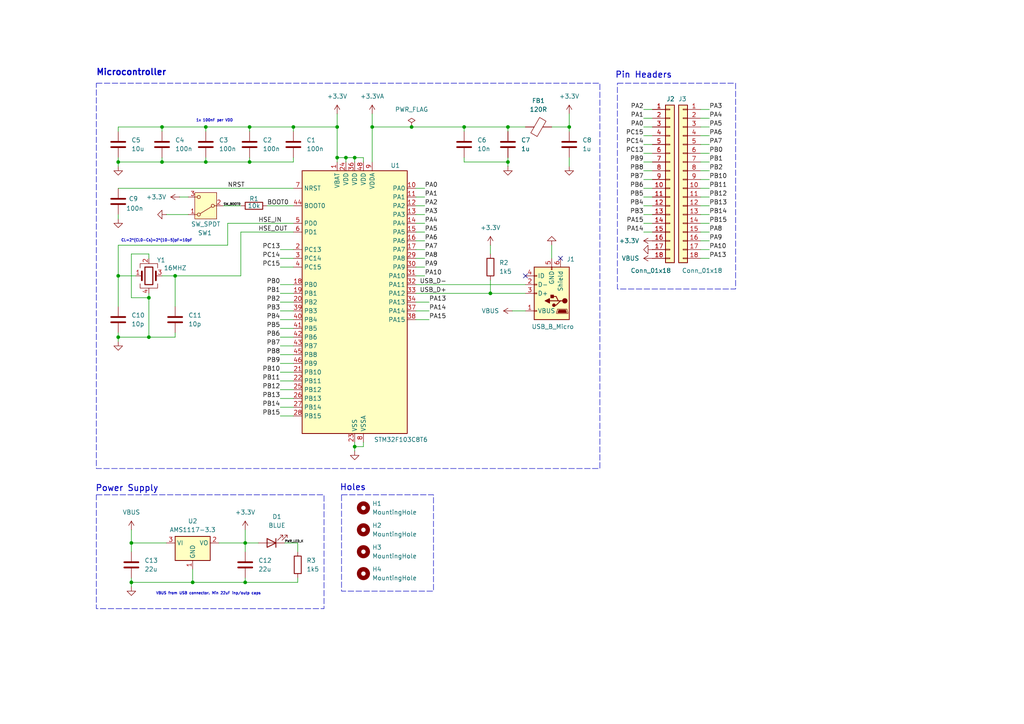
<source format=kicad_sch>
(kicad_sch (version 20231120) (generator "eeschema") (generator_version "8.0")
  (paper "A4")
  (lib_symbols
    (symbol "Connector:USB_B_Micro" (pin_names (offset 1.016))
      (property "Reference" "J" (at -5.08 11.43 0))
      (property "Value" "USB_B_Micro" (at -5.08 8.89 0))
      (symbol "USB_B_Micro_0_1"
        (rectangle (start -5.08 -7.62) (end 5.08 7.62) (stroke (width 0.254)) (fill (type background)))
        (circle (center -3.81 2.159) (radius 0.635) (stroke (width 0.254)) (fill (type outline)))
        (circle (center -0.635 3.429) (radius 0.381) (stroke (width 0.254)) (fill (type outline)))
        (rectangle (start -0.127 -7.62) (end 0.127 -6.858))
        (polyline (pts (xy -1.905 2.159) (xy 0.635 2.159)) (stroke (width 0.254)))
        (polyline (pts (xy -3.175 2.159) (xy -2.54 2.159) (xy -1.27 3.429) (xy -0.635 3.429)) (stroke (width 0.254)))
        (polyline (pts (xy -2.54 2.159) (xy -1.905 2.159) (xy -1.27 0.889) (xy 0 0.889)) (stroke (width 0.254)))
        (polyline (pts (xy 0.635 2.794) (xy 0.635 1.524) (xy 1.905 2.159) (xy 0.635 2.794)) (stroke (width 0.254)) (fill (type outline)))
        (polyline (pts (xy -4.318 5.588) (xy -1.778 5.588) (xy -2.032 4.826) (xy -4.064 4.826) (xy -4.318 5.588)) (fill (type outline)))
        (polyline (pts (xy -4.699 5.842) (xy -4.699 5.588) (xy -4.445 4.826) (xy -4.445 4.572) (xy -1.651 4.572) (xy -1.651 4.826) (xy -1.397 5.588) (xy -1.397 5.842) (xy -4.699 5.842)))
        (rectangle (start 0.254 1.27) (end -0.508 0.508) (stroke (width 0.254)) (fill (type outline)))
        (rectangle (start 5.08 -5.207) (end 4.318 -4.953))
        (rectangle (start 5.08 -2.667) (end 4.318 -2.413))
        (rectangle (start 5.08 -0.127) (end 4.318 0.127))
        (rectangle (start 5.08 4.953) (end 4.318 5.207))
      )
      (symbol "USB_B_Micro_1_1"
        (pin power_out line (at 7.62 5.08 180) (length 2.54) (name "VBUS") (number "1"))
        (pin bidirectional line (at 7.62 -2.54 180) (length 2.54) (name "D-") (number "2"))
        (pin bidirectional line (at 7.62 0 180) (length 2.54) (name "D+") (number "3"))
        (pin passive line (at 7.62 -5.08 180) (length 2.54) (name "ID") (number "4"))
        (pin power_out line (at 0 -10.16 90) (length 2.54) (name "GND") (number "5"))
        (pin passive line (at -2.54 -10.16 90) (length 2.54) (name "Shield") (number "6"))
      )
    )
    (symbol "Connector_Generic:Conn_01x18" (pin_names (offset 1.016) hide)
      (property "Reference" "J" (at 0 22.86 0))
      (property "Value" "Conn_01x18" (at 0 -25.4 0))
      (symbol "Conn_01x18_1_1"
        (rectangle (start -1.27 -22.733) (end 0 -22.987) (stroke (width 0.1524)))
        (rectangle (start -1.27 -20.193) (end 0 -20.447) (stroke (width 0.1524)))
        (rectangle (start -1.27 -17.653) (end 0 -17.907) (stroke (width 0.1524)))
        (rectangle (start -1.27 -15.113) (end 0 -15.367) (stroke (width 0.1524)))
        (rectangle (start -1.27 -12.573) (end 0 -12.827) (stroke (width 0.1524)))
        (rectangle (start -1.27 -10.033) (end 0 -10.287) (stroke (width 0.1524)))
        (rectangle (start -1.27 -7.493) (end 0 -7.747) (stroke (width 0.1524)))
        (rectangle (start -1.27 -4.953) (end 0 -5.207) (stroke (width 0.1524)))
        (rectangle (start -1.27 -2.413) (end 0 -2.667) (stroke (width 0.1524)))
        (rectangle (start -1.27 0.127) (end 0 -0.127) (stroke (width 0.1524)))
        (rectangle (start -1.27 2.667) (end 0 2.413) (stroke (width 0.1524)))
        (rectangle (start -1.27 5.207) (end 0 4.953) (stroke (width 0.1524)))
        (rectangle (start -1.27 7.747) (end 0 7.493) (stroke (width 0.1524)))
        (rectangle (start -1.27 10.287) (end 0 10.033) (stroke (width 0.1524)))
        (rectangle (start -1.27 12.827) (end 0 12.573) (stroke (width 0.1524)))
        (rectangle (start -1.27 15.367) (end 0 15.113) (stroke (width 0.1524)))
        (rectangle (start -1.27 17.907) (end 0 17.653) (stroke (width 0.1524)))
        (rectangle (start -1.27 20.447) (end 0 20.193) (stroke (width 0.1524)))
        (rectangle (start -1.27 21.59) (end 1.27 -24.13) (stroke (width 0.254)) (fill (type background)))
        (pin passive line (at -5.08 20.32 0) (length 3.81) (name "Pin_1") (number "1"))
        (pin passive line (at -5.08 -2.54 0) (length 3.81) (name "Pin_10") (number "10"))
        (pin passive line (at -5.08 -5.08 0) (length 3.81) (name "Pin_11") (number "11"))
        (pin passive line (at -5.08 -7.62 0) (length 3.81) (name "Pin_12") (number "12"))
        (pin passive line (at -5.08 -10.16 0) (length 3.81) (name "Pin_13") (number "13"))
        (pin passive line (at -5.08 -12.7 0) (length 3.81) (name "Pin_14") (number "14"))
        (pin passive line (at -5.08 -15.24 0) (length 3.81) (name "Pin_15") (number "15"))
        (pin passive line (at -5.08 -17.78 0) (length 3.81) (name "Pin_16") (number "16"))
        (pin passive line (at -5.08 -20.32 0) (length 3.81) (name "Pin_17") (number "17"))
        (pin passive line (at -5.08 -22.86 0) (length 3.81) (name "Pin_18") (number "18"))
        (pin passive line (at -5.08 17.78 0) (length 3.81) (name "Pin_2") (number "2"))
        (pin passive line (at -5.08 15.24 0) (length 3.81) (name "Pin_3") (number "3"))
        (pin passive line (at -5.08 12.7 0) (length 3.81) (name "Pin_4") (number "4"))
        (pin passive line (at -5.08 10.16 0) (length 3.81) (name "Pin_5") (number "5"))
        (pin passive line (at -5.08 7.62 0) (length 3.81) (name "Pin_6") (number "6"))
        (pin passive line (at -5.08 5.08 0) (length 3.81) (name "Pin_7") (number "7"))
        (pin passive line (at -5.08 2.54 0) (length 3.81) (name "Pin_8") (number "8"))
        (pin passive line (at -5.08 0 0) (length 3.81) (name "Pin_9") (number "9"))
      )
    )
    (symbol "Device:C" (pin_numbers hide) (pin_names (offset 0.254))
      (property "Reference" "C" (at 0.635 2.54 0))
      (property "Value" "C" (at 0.635 -2.54 0))
      (symbol "C_0_1"
        (polyline (pts (xy -2.032 -0.762) (xy 2.032 -0.762)) (stroke (width 0.508)))
        (polyline (pts (xy -2.032 0.762) (xy 2.032 0.762)) (stroke (width 0.508)))
      )
      (symbol "C_1_1"
        (pin passive line (at 0 3.81 270) (length 2.794) (name "~") (number "1"))
        (pin passive line (at 0 -3.81 90) (length 2.794) (name "~") (number "2"))
      )
    )
    (symbol "Device:Crystal_GND24" (pin_names (offset 1.016) hide)
      (property "Reference" "Y" (at 3.175 5.08 0))
      (property "Value" "Crystal_GND24" (at 3.175 3.175 0))
      (symbol "Crystal_GND24_0_1"
        (rectangle (start -1.143 2.54) (end 1.143 -2.54) (stroke (width 0.3048)))
        (polyline (pts (xy -2.54 0) (xy -2.032 0)))
        (polyline (pts (xy -2.032 -1.27) (xy -2.032 1.27)) (stroke (width 0.508)))
        (polyline (pts (xy 0 -3.81) (xy 0 -3.556)))
        (polyline (pts (xy 0 3.556) (xy 0 3.81)))
        (polyline (pts (xy 2.032 -1.27) (xy 2.032 1.27)) (stroke (width 0.508)))
        (polyline (pts (xy 2.032 0) (xy 2.54 0)))
        (polyline (pts (xy -2.54 -2.286) (xy -2.54 -3.556) (xy 2.54 -3.556) (xy 2.54 -2.286)))
        (polyline (pts (xy -2.54 2.286) (xy -2.54 3.556) (xy 2.54 3.556) (xy 2.54 2.286)))
      )
      (symbol "Crystal_GND24_1_1"
        (pin passive line (at -3.81 0 0) (length 1.27) (name "1") (number "1"))
        (pin passive line (at 0 5.08 270) (length 1.27) (name "2") (number "2"))
        (pin passive line (at 3.81 0 180) (length 1.27) (name "3") (number "3"))
        (pin passive line (at 0 -5.08 90) (length 1.27) (name "4") (number "4"))
      )
    )
    (symbol "Device:FerriteBead" (pin_numbers hide) (pin_names (offset 0))
      (property "Reference" "FB" (at -3.81 0.635 90))
      (property "Value" "FerriteBead" (at 3.81 0 90))
      (symbol "FerriteBead_0_1"
        (polyline (pts (xy 0 -1.27) (xy 0 -1.2192)))
        (polyline (pts (xy 0 1.27) (xy 0 1.2954)))
        (polyline (pts (xy -2.7686 0.4064) (xy -1.7018 2.2606) (xy 2.7686 -0.3048) (xy 1.6764 -2.159) (xy -2.7686 0.4064)))
      )
      (symbol "FerriteBead_1_1"
        (pin passive line (at 0 3.81 270) (length 2.54) (name "~") (number "1"))
        (pin passive line (at 0 -3.81 90) (length 2.54) (name "~") (number "2"))
      )
    )
    (symbol "Device:LED" (pin_numbers hide) (pin_names (offset 1.016) hide)
      (property "Reference" "D" (at 0 2.54 0))
      (property "Value" "LED" (at 0 -2.54 0))
      (symbol "LED_0_1"
        (polyline (pts (xy -1.27 -1.27) (xy -1.27 1.27)) (stroke (width 0.254)))
        (polyline (pts (xy -1.27 0) (xy 1.27 0)))
        (polyline (pts (xy 1.27 -1.27) (xy 1.27 1.27) (xy -1.27 0) (xy 1.27 -1.27)) (stroke (width 0.254)))
        (polyline (pts (xy -3.048 -0.762) (xy -4.572 -2.286) (xy -3.81 -2.286) (xy -4.572 -2.286) (xy -4.572 -1.524)))
        (polyline (pts (xy -1.778 -0.762) (xy -3.302 -2.286) (xy -2.54 -2.286) (xy -3.302 -2.286) (xy -3.302 -1.524)))
      )
      (symbol "LED_1_1"
        (pin passive line (at -3.81 0 0) (length 2.54) (name "K") (number "1"))
        (pin passive line (at 3.81 0 180) (length 2.54) (name "A") (number "2"))
      )
    )
    (symbol "Device:R" (pin_numbers hide) (pin_names (offset 0))
      (property "Reference" "R" (at 2.032 0 90))
      (property "Value" "R" (at 0 0 90))
      (symbol "R_0_1"
        (rectangle (start -1.016 -2.54) (end 1.016 2.54) (stroke (width 0.254)))
      )
      (symbol "R_1_1"
        (pin passive line (at 0 3.81 270) (length 1.27) (name "~") (number "1"))
        (pin passive line (at 0 -3.81 90) (length 1.27) (name "~") (number "2"))
      )
    )
    (symbol "MCU_ST_STM32F1:STM32F103C8Tx"
      (property "Reference" "U" (at -15.24 39.37 0))
      (property "Value" "STM32F103C8Tx" (at 7.62 39.37 0))
      (symbol "STM32F103C8Tx_0_1"
        (rectangle (start -15.24 -38.1) (end 15.24 38.1) (stroke (width 0.254)) (fill (type background)))
      )
      (symbol "STM32F103C8Tx_1_1"
        (pin power_in line (at -5.08 40.64 270) (length 2.54) (name "VBAT") (number "1"))
        (pin bidirectional line (at 17.78 33.02 180) (length 2.54) (name "PA0") (number "10"))
        (pin bidirectional line (at 17.78 30.48 180) (length 2.54) (name "PA1") (number "11"))
        (pin bidirectional line (at 17.78 27.94 180) (length 2.54) (name "PA2") (number "12"))
        (pin bidirectional line (at 17.78 25.4 180) (length 2.54) (name "PA3") (number "13"))
        (pin bidirectional line (at 17.78 22.86 180) (length 2.54) (name "PA4") (number "14"))
        (pin bidirectional line (at 17.78 20.32 180) (length 2.54) (name "PA5") (number "15"))
        (pin bidirectional line (at 17.78 17.78 180) (length 2.54) (name "PA6") (number "16"))
        (pin bidirectional line (at 17.78 15.24 180) (length 2.54) (name "PA7") (number "17"))
        (pin bidirectional line (at -17.78 5.08 0) (length 2.54) (name "PB0") (number "18"))
        (pin bidirectional line (at -17.78 2.54 0) (length 2.54) (name "PB1") (number "19"))
        (pin bidirectional line (at -17.78 15.24 0) (length 2.54) (name "PC13") (number "2"))
        (pin bidirectional line (at -17.78 0 0) (length 2.54) (name "PB2") (number "20"))
        (pin bidirectional line (at -17.78 -20.32 0) (length 2.54) (name "PB10") (number "21"))
        (pin bidirectional line (at -17.78 -22.86 0) (length 2.54) (name "PB11") (number "22"))
        (pin power_in line (at 0 -40.64 90) (length 2.54) (name "VSS") (number "23"))
        (pin power_in line (at -2.54 40.64 270) (length 2.54) (name "VDD") (number "24"))
        (pin bidirectional line (at -17.78 -25.4 0) (length 2.54) (name "PB12") (number "25"))
        (pin bidirectional line (at -17.78 -27.94 0) (length 2.54) (name "PB13") (number "26"))
        (pin bidirectional line (at -17.78 -30.48 0) (length 2.54) (name "PB14") (number "27"))
        (pin bidirectional line (at -17.78 -33.02 0) (length 2.54) (name "PB15") (number "28"))
        (pin bidirectional line (at 17.78 12.7 180) (length 2.54) (name "PA8") (number "29"))
        (pin bidirectional line (at -17.78 12.7 0) (length 2.54) (name "PC14") (number "3"))
        (pin bidirectional line (at 17.78 10.16 180) (length 2.54) (name "PA9") (number "30"))
        (pin bidirectional line (at 17.78 7.62 180) (length 2.54) (name "PA10") (number "31"))
        (pin bidirectional line (at 17.78 5.08 180) (length 2.54) (name "PA11") (number "32"))
        (pin bidirectional line (at 17.78 2.54 180) (length 2.54) (name "PA12") (number "33"))
        (pin bidirectional line (at 17.78 0 180) (length 2.54) (name "PA13") (number "34"))
        (pin passive line (at 0 -40.64 90) (length 2.54) hide (name "VSS") (number "35"))
        (pin power_in line (at 0 40.64 270) (length 2.54) (name "VDD") (number "36"))
        (pin bidirectional line (at 17.78 -2.54 180) (length 2.54) (name "PA14") (number "37"))
        (pin bidirectional line (at 17.78 -5.08 180) (length 2.54) (name "PA15") (number "38"))
        (pin bidirectional line (at -17.78 -2.54 0) (length 2.54) (name "PB3") (number "39"))
        (pin bidirectional line (at -17.78 10.16 0) (length 2.54) (name "PC15") (number "4"))
        (pin bidirectional line (at -17.78 -5.08 0) (length 2.54) (name "PB4") (number "40"))
        (pin bidirectional line (at -17.78 -7.62 0) (length 2.54) (name "PB5") (number "41"))
        (pin bidirectional line (at -17.78 -10.16 0) (length 2.54) (name "PB6") (number "42"))
        (pin bidirectional line (at -17.78 -12.7 0) (length 2.54) (name "PB7") (number "43"))
        (pin input line (at -17.78 27.94 0) (length 2.54) (name "BOOT0") (number "44"))
        (pin bidirectional line (at -17.78 -15.24 0) (length 2.54) (name "PB8") (number "45"))
        (pin bidirectional line (at -17.78 -17.78 0) (length 2.54) (name "PB9") (number "46"))
        (pin passive line (at 0 -40.64 90) (length 2.54) hide (name "VSS") (number "47"))
        (pin power_in line (at 2.54 40.64 270) (length 2.54) (name "VDD") (number "48"))
        (pin bidirectional line (at -17.78 22.86 0) (length 2.54) (name "PD0") (number "5"))
        (pin bidirectional line (at -17.78 20.32 0) (length 2.54) (name "PD1") (number "6"))
        (pin input line (at -17.78 33.02 0) (length 2.54) (name "NRST") (number "7"))
        (pin power_in line (at 2.54 -40.64 90) (length 2.54) (name "VSSA") (number "8"))
        (pin power_in line (at 5.08 40.64 270) (length 2.54) (name "VDDA") (number "9"))
      )
    )
    (symbol "Mechanical:MountingHole" (pin_names (offset 1.016)) (exclude_from_sim yes) (in_bom no)
      (property "Reference" "H" (at 0 5.08 0))
      (property "Value" "MountingHole" (at 0 3.175 0))
      (symbol "MountingHole_0_1"
        (circle (center 0 0) (radius 1.27) (stroke (width 1.27)))
      )
    )
    (symbol "Regulator_Linear:AMS1117-3.3"
      (property "Reference" "U" (at -3.81 3.175 0))
      (property "Value" "AMS1117-3.3" (at 0 3.175 0))
      (symbol "AMS1117-3.3_0_1"
        (rectangle (start -5.08 -5.08) (end 5.08 1.905) (stroke (width 0.254)) (fill (type background)))
      )
      (symbol "AMS1117-3.3_1_1"
        (pin power_in line (at 0 -7.62 90) (length 2.54) (name "GND") (number "1"))
        (pin power_out line (at 7.62 0 180) (length 2.54) (name "VO") (number "2"))
        (pin power_in line (at -7.62 0 0) (length 2.54) (name "VI") (number "3"))
      )
    )
    (symbol "Switch:SW_SPDT" (pin_names (offset 0) hide)
      (property "Reference" "SW" (at 0 5.08 0))
      (property "Value" "SW_SPDT" (at 0 -5.08 0))
      (symbol "SW_SPDT_0_1"
        (circle (center -2.032 0) (radius 0.4572))
        (polyline (pts (xy -1.651 0.254) (xy 1.651 2.286)))
        (circle (center 2.032 -2.54) (radius 0.4572))
        (circle (center 2.032 2.54) (radius 0.4572))
      )
      (symbol "SW_SPDT_1_1"
        (rectangle (start -3.175 3.81) (end 3.175 -3.81) (fill (type background)))
        (pin passive line (at 5.08 2.54 180) (length 2.54) (name "A") (number "1"))
        (pin passive line (at -5.08 0 0) (length 2.54) (name "B") (number "2"))
        (pin passive line (at 5.08 -2.54 180) (length 2.54) (name "C") (number "3"))
      )
    )
    (symbol "power:+3.3V" (power) (pin_numbers hide) (pin_names (offset 0) hide)
      (property "Value" "+3.3V" (at 0 3.556 0))
      (symbol "+3.3V_0_1"
        (polyline (pts (xy -0.762 1.27) (xy 0 2.54)))
        (polyline (pts (xy 0 0) (xy 0 2.54)))
        (polyline (pts (xy 0 2.54) (xy 0.762 1.27)))
      )
      (symbol "+3.3V_1_1"
        (pin power_in line (at 0 0 90) (length 0) (name "~") (number "1"))
      )
    )
    (symbol "power:+3.3VA" (power) (pin_numbers hide) (pin_names (offset 0) hide)
      (property "Value" "+3.3VA" (at 0 3.556 0))
      (symbol "+3.3VA_0_1"
        (polyline (pts (xy -0.762 1.27) (xy 0 2.54)))
        (polyline (pts (xy 0 0) (xy 0 2.54)))
        (polyline (pts (xy 0 2.54) (xy 0.762 1.27)))
      )
      (symbol "+3.3VA_1_1"
        (pin power_in line (at 0 0 90) (length 0) (name "~") (number "1"))
      )
    )
    (symbol "power:GND" (power) (pin_numbers hide) (pin_names (offset 0) hide)
      (property "Value" "GND" (at 0 -3.81 0))
      (symbol "GND_0_1"
        (polyline (pts (xy 0 0) (xy 0 -1.27) (xy 1.27 -1.27) (xy 0 -2.54) (xy -1.27 -1.27) (xy 0 -1.27)))
      )
      (symbol "GND_1_1"
        (pin power_in line (at 0 0 270) (length 0) (name "~") (number "1"))
      )
    )
    (symbol "power:PWR_FLAG" (power) (pin_numbers hide) (pin_names (offset 0) hide)
      (property "Value" "PWR_FLAG" (at 0 3.81 0))
      (symbol "PWR_FLAG_0_0"
        (pin power_out line (at 0 0 90) (length 0) (name "~") (number "1"))
      )
      (symbol "PWR_FLAG_0_1"
        (polyline (pts (xy 0 0) (xy 0 1.27) (xy -1.016 1.905) (xy 0 2.54) (xy 1.016 1.905) (xy 0 1.27)))
      )
    )
    (symbol "power:VBUS" (power) (pin_numbers hide) (pin_names (offset 0) hide)
      (property "Value" "VBUS" (at 0 3.556 0))
      (symbol "VBUS_0_1"
        (polyline (pts (xy -0.762 1.27) (xy 0 2.54)))
        (polyline (pts (xy 0 0) (xy 0 2.54)))
        (polyline (pts (xy 0 2.54) (xy 0.762 1.27)))
      )
      (symbol "VBUS_1_1"
        (pin power_in line (at 0 0 90) (length 0) (name "~") (number "1"))
      )
    )
  )
  (junction (at 72.39 36.83))
  (junction (at 142.24 85.09))
  (junction (at 46.99 46.99))
  (junction (at 107.95 36.83))
  (junction (at 34.29 46.99))
  (junction (at 34.29 97.79))
  (junction (at 134.62 36.83))
  (junction (at 165.1 36.83))
  (junction (at 59.69 36.83))
  (junction (at 38.1 157.48))
  (junction (at 72.39 46.99))
  (junction (at 71.12 168.91))
  (junction (at 119.38 36.83))
  (junction (at 85.09 36.83))
  (junction (at 147.32 46.99))
  (junction (at 38.1 168.91))
  (junction (at 59.69 46.99))
  (junction (at 71.12 157.48))
  (junction (at 102.87 129.54))
  (junction (at 50.8 80.01))
  (junction (at 97.79 45.72))
  (junction (at 43.18 86.36))
  (junction (at 43.18 97.79))
  (junction (at 147.32 36.83))
  (junction (at 34.29 80.01))
  (junction (at 97.79 36.83))
  (junction (at 100.33 45.72))
  (junction (at 102.87 45.72))
  (junction (at 46.99 36.83))
  (junction (at 55.88 168.91))
  (no_connect (at 152.4 80.01))
  (no_connect (at 162.56 74.93))
  (wire (pts (xy 205.74 41.91) (xy 203.2 41.91)))
  (wire (pts (xy 186.69 44.45) (xy 189.23 44.45)))
  (wire (pts (xy 38.1 157.48) (xy 38.1 160.02)))
  (wire (pts (xy 205.74 74.93) (xy 203.2 74.93)))
  (wire (pts (xy 165.1 33.02) (xy 165.1 36.83)))
  (wire (pts (xy 81.28 102.87) (xy 85.09 102.87)))
  (wire (pts (xy 186.69 34.29) (xy 189.23 34.29)))
  (wire (pts (xy 55.88 168.91) (xy 71.12 168.91)))
  (wire (pts (xy 48.26 157.48) (xy 38.1 157.48)))
  (wire (pts (xy 97.79 36.83) (xy 97.79 45.72)))
  (wire (pts (xy 205.74 46.99) (xy 203.2 46.99)))
  (wire (pts (xy 205.74 59.69) (xy 203.2 59.69)))
  (wire (pts (xy 186.69 67.31) (xy 189.23 67.31)))
  (wire (pts (xy 186.69 57.15) (xy 189.23 57.15)))
  (wire (pts (xy 123.19 57.15) (xy 120.65 57.15)))
  (wire (pts (xy 81.28 115.57) (xy 85.09 115.57)))
  (wire (pts (xy 81.28 100.33) (xy 85.09 100.33)))
  (wire (pts (xy 81.28 74.93) (xy 85.09 74.93)))
  (wire (pts (xy 46.99 46.99) (xy 59.69 46.99)))
  (wire (pts (xy 134.62 36.83) (xy 147.32 36.83)))
  (wire (pts (xy 134.62 36.83) (xy 134.62 38.1)))
  (wire (pts (xy 38.1 73.66) (xy 43.18 73.66)))
  (wire (pts (xy 43.18 86.36) (xy 43.18 85.09)))
  (wire (pts (xy 81.28 72.39) (xy 85.09 72.39)))
  (wire (pts (xy 97.79 45.72) (xy 97.79 46.99)))
  (wire (pts (xy 63.5 157.48) (xy 71.12 157.48)))
  (wire (pts (xy 147.32 36.83) (xy 152.4 36.83)))
  (wire (pts (xy 69.85 67.31) (xy 85.09 67.31)))
  (wire (pts (xy 205.74 69.85) (xy 203.2 69.85)))
  (wire (pts (xy 205.74 54.61) (xy 203.2 54.61)))
  (wire (pts (xy 205.74 39.37) (xy 203.2 39.37)))
  (wire (pts (xy 34.29 97.79) (xy 34.29 99.06)))
  (wire (pts (xy 124.46 90.17) (xy 120.65 90.17)))
  (wire (pts (xy 34.29 38.1) (xy 34.29 36.83)))
  (wire (pts (xy 38.1 168.91) (xy 38.1 170.18)))
  (wire (pts (xy 71.12 168.91) (xy 86.36 168.91)))
  (wire (pts (xy 205.74 57.15) (xy 203.2 57.15)))
  (wire (pts (xy 148.59 90.17) (xy 152.4 90.17)))
  (wire (pts (xy 86.36 168.91) (xy 86.36 167.64)))
  (wire (pts (xy 147.32 46.99) (xy 134.62 46.99)))
  (wire (pts (xy 205.74 67.31) (xy 203.2 67.31)))
  (wire (pts (xy 34.29 71.12) (xy 34.29 80.01)))
  (wire (pts (xy 102.87 45.72) (xy 102.87 46.99)))
  (wire (pts (xy 165.1 45.72) (xy 165.1 48.26)))
  (wire (pts (xy 81.28 118.11) (xy 85.09 118.11)))
  (wire (pts (xy 38.1 167.64) (xy 38.1 168.91)))
  (wire (pts (xy 72.39 36.83) (xy 72.39 38.1)))
  (wire (pts (xy 46.99 38.1) (xy 46.99 36.83)))
  (wire (pts (xy 81.28 113.03) (xy 85.09 113.03)))
  (wire (pts (xy 43.18 74.93) (xy 43.18 73.66)))
  (wire (pts (xy 46.99 80.01) (xy 50.8 80.01)))
  (wire (pts (xy 205.74 31.75) (xy 203.2 31.75)))
  (wire (pts (xy 72.39 45.72) (xy 72.39 46.99)))
  (wire (pts (xy 120.65 82.55) (xy 152.4 82.55)))
  (wire (pts (xy 160.02 36.83) (xy 165.1 36.83)))
  (wire (pts (xy 77.47 59.69) (xy 85.09 59.69)))
  (wire (pts (xy 205.74 36.83) (xy 203.2 36.83)))
  (wire (pts (xy 34.29 46.99) (xy 46.99 46.99)))
  (wire (pts (xy 81.28 90.17) (xy 85.09 90.17)))
  (wire (pts (xy 50.8 80.01) (xy 69.85 80.01)))
  (wire (pts (xy 81.28 77.47) (xy 85.09 77.47)))
  (wire (pts (xy 81.28 95.25) (xy 85.09 95.25)))
  (wire (pts (xy 186.69 62.23) (xy 189.23 62.23)))
  (wire (pts (xy 123.19 62.23) (xy 120.65 62.23)))
  (wire (pts (xy 107.95 36.83) (xy 119.38 36.83)))
  (wire (pts (xy 71.12 157.48) (xy 71.12 160.02)))
  (wire (pts (xy 186.69 54.61) (xy 189.23 54.61)))
  (wire (pts (xy 123.19 59.69) (xy 120.65 59.69)))
  (wire (pts (xy 85.09 38.1) (xy 85.09 36.83)))
  (wire (pts (xy 147.32 38.1) (xy 147.32 36.83)))
  (wire (pts (xy 123.19 74.93) (xy 120.65 74.93)))
  (wire (pts (xy 102.87 45.72) (xy 105.41 45.72)))
  (wire (pts (xy 82.55 157.48) (xy 86.36 157.48)))
  (wire (pts (xy 34.29 36.83) (xy 46.99 36.83)))
  (wire (pts (xy 38.1 153.67) (xy 38.1 157.48)))
  (wire (pts (xy 52.07 57.15) (xy 54.61 57.15)))
  (wire (pts (xy 34.29 45.72) (xy 34.29 46.99)))
  (wire (pts (xy 71.12 168.91) (xy 71.12 167.64)))
  (wire (pts (xy 81.28 82.55) (xy 85.09 82.55)))
  (wire (pts (xy 50.8 96.52) (xy 50.8 97.79)))
  (wire (pts (xy 123.19 69.85) (xy 120.65 69.85)))
  (wire (pts (xy 100.33 45.72) (xy 102.87 45.72)))
  (wire (pts (xy 123.19 67.31) (xy 120.65 67.31)))
  (wire (pts (xy 97.79 33.02) (xy 97.79 36.83)))
  (wire (pts (xy 59.69 36.83) (xy 72.39 36.83)))
  (wire (pts (xy 186.69 36.83) (xy 189.23 36.83)))
  (wire (pts (xy 72.39 36.83) (xy 85.09 36.83)))
  (wire (pts (xy 186.69 52.07) (xy 189.23 52.07)))
  (wire (pts (xy 38.1 73.66) (xy 38.1 86.36)))
  (wire (pts (xy 205.74 52.07) (xy 203.2 52.07)))
  (wire (pts (xy 85.09 46.99) (xy 85.09 45.72)))
  (wire (pts (xy 124.46 92.71) (xy 120.65 92.71)))
  (wire (pts (xy 105.41 45.72) (xy 105.41 46.99)))
  (wire (pts (xy 81.28 107.95) (xy 85.09 107.95)))
  (wire (pts (xy 66.04 71.12) (xy 34.29 71.12)))
  (wire (pts (xy 147.32 46.99) (xy 147.32 48.26)))
  (wire (pts (xy 102.87 128.27) (xy 102.87 129.54)))
  (wire (pts (xy 81.28 87.63) (xy 85.09 87.63)))
  (wire (pts (xy 86.36 157.48) (xy 86.36 160.02)))
  (wire (pts (xy 81.28 110.49) (xy 85.09 110.49)))
  (wire (pts (xy 50.8 80.01) (xy 50.8 88.9)))
  (wire (pts (xy 205.74 64.77) (xy 203.2 64.77)))
  (wire (pts (xy 72.39 46.99) (xy 85.09 46.99)))
  (wire (pts (xy 205.74 49.53) (xy 203.2 49.53)))
  (wire (pts (xy 34.29 54.61) (xy 85.09 54.61)))
  (wire (pts (xy 66.04 64.77) (xy 85.09 64.77)))
  (wire (pts (xy 124.46 87.63) (xy 120.65 87.63)))
  (wire (pts (xy 186.69 59.69) (xy 189.23 59.69)))
  (wire (pts (xy 119.38 36.83) (xy 134.62 36.83)))
  (wire (pts (xy 34.29 46.99) (xy 34.29 48.26)))
  (wire (pts (xy 81.28 97.79) (xy 85.09 97.79)))
  (wire (pts (xy 100.33 45.72) (xy 100.33 46.99)))
  (wire (pts (xy 34.29 62.23) (xy 34.29 63.5)))
  (wire (pts (xy 186.69 64.77) (xy 189.23 64.77)))
  (wire (pts (xy 186.69 41.91) (xy 189.23 41.91)))
  (wire (pts (xy 46.99 36.83) (xy 59.69 36.83)))
  (wire (pts (xy 186.69 31.75) (xy 189.23 31.75)))
  (wire (pts (xy 107.95 33.02) (xy 107.95 36.83)))
  (wire (pts (xy 69.85 80.01) (xy 69.85 67.31)))
  (wire (pts (xy 81.28 120.65) (xy 85.09 120.65)))
  (wire (pts (xy 81.28 85.09) (xy 85.09 85.09)))
  (wire (pts (xy 134.62 45.72) (xy 134.62 46.99)))
  (wire (pts (xy 71.12 157.48) (xy 74.93 157.48)))
  (wire (pts (xy 205.74 62.23) (xy 203.2 62.23)))
  (wire (pts (xy 142.24 81.28) (xy 142.24 85.09)))
  (wire (pts (xy 48.26 62.23) (xy 54.61 62.23)))
  (wire (pts (xy 59.69 46.99) (xy 72.39 46.99)))
  (wire (pts (xy 107.95 46.99) (xy 107.95 36.83)))
  (wire (pts (xy 34.29 97.79) (xy 43.18 97.79)))
  (wire (pts (xy 186.69 46.99) (xy 189.23 46.99)))
  (wire (pts (xy 55.88 165.1) (xy 55.88 168.91)))
  (wire (pts (xy 123.19 72.39) (xy 120.65 72.39)))
  (wire (pts (xy 186.69 49.53) (xy 189.23 49.53)))
  (wire (pts (xy 123.19 54.61) (xy 120.65 54.61)))
  (wire (pts (xy 205.74 72.39) (xy 203.2 72.39)))
  (wire (pts (xy 123.19 64.77) (xy 120.65 64.77)))
  (wire (pts (xy 38.1 168.91) (xy 55.88 168.91)))
  (wire (pts (xy 142.24 71.12) (xy 142.24 73.66)))
  (wire (pts (xy 81.28 92.71) (xy 85.09 92.71)))
  (wire (pts (xy 105.41 128.27) (xy 105.41 129.54)))
  (wire (pts (xy 123.19 77.47) (xy 120.65 77.47)))
  (wire (pts (xy 102.87 129.54) (xy 105.41 129.54)))
  (wire (pts (xy 97.79 45.72) (xy 100.33 45.72)))
  (wire (pts (xy 43.18 97.79) (xy 50.8 97.79)))
  (wire (pts (xy 102.87 129.54) (xy 102.87 130.81)))
  (wire (pts (xy 85.09 36.83) (xy 97.79 36.83)))
  (wire (pts (xy 46.99 45.72) (xy 46.99 46.99)))
  (wire (pts (xy 66.04 64.77) (xy 66.04 71.12)))
  (wire (pts (xy 160.02 71.12) (xy 160.02 74.93)))
  (wire (pts (xy 123.19 80.01) (xy 120.65 80.01)))
  (wire (pts (xy 147.32 45.72) (xy 147.32 46.99)))
  (wire (pts (xy 186.69 39.37) (xy 189.23 39.37)))
  (wire (pts (xy 165.1 36.83) (xy 165.1 38.1)))
  (wire (pts (xy 34.29 80.01) (xy 34.29 88.9)))
  (wire (pts (xy 205.74 34.29) (xy 203.2 34.29)))
  (wire (pts (xy 43.18 86.36) (xy 43.18 97.79)))
  (wire (pts (xy 120.65 85.09) (xy 142.24 85.09)))
  (wire (pts (xy 59.69 45.72) (xy 59.69 46.99)))
  (wire (pts (xy 142.24 85.09) (xy 152.4 85.09)))
  (wire (pts (xy 38.1 86.36) (xy 43.18 86.36)))
  (wire (pts (xy 59.69 36.83) (xy 59.69 38.1)))
  (wire (pts (xy 81.28 105.41) (xy 85.09 105.41)))
  (wire (pts (xy 64.77 59.69) (xy 69.85 59.69)))
  (wire (pts (xy 71.12 153.67) (xy 71.12 157.48)))
  (wire (pts (xy 34.29 96.52) (xy 34.29 97.79)))
  (wire (pts (xy 34.29 80.01) (xy 39.37 80.01)))
  (wire (pts (xy 205.74 44.45) (xy 203.2 44.45)))
  (rectangle (start 179.07 24.13) (end 213.36 83.82) (stroke (width 0) (type dash)))
  (rectangle (start 27.94 24.13) (end 173.99 135.89) (stroke (width 0) (type dash)))
  (rectangle (start 99.06 143.51) (end 125.73 171.45) (stroke (width 0) (type dash)))
  (rectangle (start 27.94 143.51) (end 93.98 176.53) (stroke (width 0) (type dash)))
  (text "VBUS from USB connector. Min 22uF inp/outp caps" (at 60.452 172.212 0) (effects (font (size 0.762 0.762))))
  (text "Power Supply\n" (at 36.83 141.732 0) (effects (font (size 1.778 1.778) (thickness 0.254) (bold yes))))
  (text "1x 100nF per VDD" (at 62.23 35.052 0) (effects (font (size 0.762 0.762))))
  (text "Microcontroller\n" (at 38.1 21.082 0) (effects (font (size 1.778 1.778) (thickness 0.3556) (bold yes))))
  (text "CL=2*(CL0-Cs)=2*(10-5)pF=10pF" (at 45.466 69.85 0) (effects (font (size 0.762 0.762))))
  (text "Holes\n" (at 102.362 141.478 0) (effects (font (size 1.778 1.778) (thickness 0.254) (bold yes))))
  (text "Pin Headers" (at 186.69 21.844 0) (effects (font (size 1.778 1.778) (thickness 0.254) (bold yes))))
  (label "NRST" (at 66.04 54.61 0))
  (label "PA15" (at 186.69 64.77 180))
  (label "PC13" (at 81.28 72.39 180))
  (label "PB14" (at 205.74 62.23 0))
  (label "PA15" (at 124.46 92.71 0))
  (label "PB15" (at 81.28 120.65 180))
  (label "PB8" (at 81.28 102.87 180))
  (label "PA8" (at 205.74 67.31 0))
  (label "PB15" (at 205.74 64.77 0))
  (label "PB12" (at 81.28 113.03 180))
  (label "PA4" (at 123.19 64.77 0))
  (label "BOOT0" (at 77.47 59.69 0))
  (label "PC15" (at 186.69 39.37 180))
  (label "PC14" (at 81.28 74.93 180))
  (label "PA5" (at 123.19 67.31 0))
  (label "SW_BOOT0" (at 64.77 59.69 0) (effects (font (size 0.635 0.635))))
  (label "PA0" (at 186.69 36.83 180))
  (label "PB8" (at 186.69 49.53 180))
  (label "PB7" (at 81.28 100.33 180))
  (label "PA14" (at 124.46 90.17 0))
  (label "PA2" (at 123.19 59.69 0))
  (label "PA8" (at 123.19 74.93 0))
  (label "PB2" (at 205.74 49.53 0))
  (label "PB11" (at 81.28 110.49 180))
  (label "PB9" (at 186.69 46.99 180))
  (label "USB_D+" (at 129.54 85.09 180))
  (label "PA7" (at 123.19 72.39 0))
  (label "PB13" (at 205.74 59.69 0))
  (label "PB4" (at 81.28 92.71 180))
  (label "PB3" (at 81.28 90.17 180))
  (label "PA10" (at 205.74 72.39 0))
  (label "USB_D-" (at 129.54 82.55 180))
  (label "PC13" (at 186.69 44.45 180))
  (label "PB9" (at 81.28 105.41 180))
  (label "HSE_IN" (at 74.93 64.77 0))
  (label "PA9" (at 123.19 77.47 0))
  (label "PA10" (at 123.19 80.01 0))
  (label "PB1" (at 205.74 46.99 0))
  (label "PA3" (at 123.19 62.23 0))
  (label "PA3" (at 205.74 31.75 0))
  (label "PA9" (at 205.74 69.85 0))
  (label "PA14" (at 186.69 67.31 180))
  (label "PA1" (at 186.69 34.29 180))
  (label "PB0" (at 81.28 82.55 180))
  (label "PC15" (at 81.28 77.47 180))
  (label "PA0" (at 123.19 54.61 0))
  (label "PB13" (at 81.28 115.57 180))
  (label "PA7" (at 205.74 41.91 0))
  (label "PB14" (at 81.28 118.11 180))
  (label "PB10" (at 81.28 107.95 180))
  (label "PB6" (at 186.69 54.61 180))
  (label "PB0" (at 205.74 44.45 0))
  (label "PB6" (at 81.28 97.79 180))
  (label "PB2" (at 81.28 87.63 180))
  (label "PA1" (at 123.19 57.15 0))
  (label "PA4" (at 205.74 34.29 0))
  (label "PA6" (at 205.74 39.37 0))
  (label "PB5" (at 81.28 95.25 180))
  (label "PA6" (at 123.19 69.85 0))
  (label "HSE_OUT" (at 74.93 67.31 0))
  (label "PA13" (at 205.74 74.93 0))
  (label "PWR_LED_K" (at 82.55 157.48 0) (effects (font (size 0.635 0.635))))
  (label "PB12" (at 205.74 57.15 0))
  (label "PA13" (at 124.46 87.63 0))
  (label "PB10" (at 205.74 52.07 0))
  (label "PB5" (at 186.69 57.15 180))
  (label "PB4" (at 186.69 59.69 180))
  (label "PB7" (at 186.69 52.07 180))
  (label "PA2" (at 186.69 31.75 180))
  (label "PA5" (at 205.74 36.83 0))
  (label "PB3" (at 186.69 62.23 180))
  (label "PB1" (at 81.28 85.09 180))
  (label "PC14" (at 186.69 41.91 180))
  (label "PB11" (at 205.74 54.61 0))
  (symbol (lib_id "power:GND") (at 102.87 130.81 0) (unit 1)
    (property "Reference" "#PWR01" (effects (hide yes)))
    (property "Value" "GND" (effects (hide yes)))
    (property "Description" "Power symbol creates a global label with name \"GND\" , ground" (effects (hide yes)))
  )
  (symbol (lib_id "power:GND") (at 189.23 72.39 270) (unit 1)
    (property "Reference" "#PWR016" (effects (hide yes)))
    (property "Value" "GND" (effects (hide yes)))
    (property "Description" "Power symbol creates a global label with name \"GND\" , ground" (effects (hide yes)))
  )
  (symbol (lib_id "power:GND") (at 34.29 99.06 0) (unit 1)
    (property "Reference" "#PWR011" (effects (hide yes)))
    (property "Value" "GND" (effects (hide yes)))
    (property "Description" "Power symbol creates a global label with name \"GND\" , ground" (effects (hide yes)))
  )
  (symbol (lib_id "power:+3.3V") (at 97.79 33.02 0) (unit 1)
    (property "Reference" "#PWR02" (effects (hide yes)))
    (property "Value" "+3.3V" (at 97.79 27.94 0))
    (property "Description" "Power symbol creates a global label with name \"+3.3V\"" (effects (hide yes)))
  )
  (symbol (lib_id "power:GND") (at 34.29 63.5 0) (unit 1)
    (property "Reference" "#PWR08" (effects (hide yes)))
    (property "Value" "GND" (effects (hide yes)))
    (property "Description" "Power symbol creates a global label with name \"GND\" , ground" (effects (hide yes)))
  )
  (symbol (lib_id "Device:C") (at 85.09 41.91 0) (unit 1)
    (property "Reference" "C1" (at 88.9 40.6399 0) (effects (justify left)))
    (property "Value" "100n" (at 88.9 43.1799 0) (effects (justify left)))
    (property "Footprint" "Capacitor_SMD:C_0402_1005Metric" (effects (hide yes)))
    (property "Description" "Unpolarized capacitor" (effects (hide yes)))
  )
  (symbol (lib_id "Device:C") (at 71.12 163.83 0) (unit 1)
    (property "Reference" "C12" (at 74.93 162.5599 0) (effects (justify left)))
    (property "Value" "22u" (at 74.93 165.0999 0) (effects (justify left)))
    (property "Footprint" "Capacitor_SMD:C_0805_2012Metric" (effects (hide yes)))
    (property "Description" "Unpolarized capacitor" (effects (hide yes)))
  )
  (symbol (lib_id "Device:C") (at 134.62 41.91 0) (unit 1)
    (property "Reference" "C6" (at 138.43 40.6399 0) (effects (justify left)))
    (property "Value" "10n" (at 138.43 43.1799 0) (effects (justify left)))
    (property "Footprint" "Capacitor_SMD:C_0402_1005Metric" (effects (hide yes)))
    (property "Description" "Unpolarized capacitor" (effects (hide yes)))
  )
  (symbol (lib_id "Mechanical:MountingHole") (at 105.41 147.32 0) (unit 1) (exclude_from_sim yes) (in_bom no)
    (property "Reference" "H1" (at 107.95 146.0499 0) (effects (justify left)))
    (property "Value" "MountingHole" (at 107.95 148.5899 0) (effects (justify left)))
    (property "Footprint" "MountingHole:MountingHole_2.1mm" (effects (hide yes)))
    (property "Description" "Mounting Hole without connection" (effects (hide yes)))
  )
  (symbol (lib_id "power:+3.3V") (at 142.24 71.12 0) (unit 1)
    (property "Reference" "#PWR014" (effects (hide yes)))
    (property "Value" "+3.3V" (at 142.24 66.04 0))
    (property "Description" "Power symbol creates a global label with name \"+3.3V\"" (effects (hide yes)))
  )
  (symbol (lib_id "power:GND") (at 48.26 62.23 270) (unit 1)
    (property "Reference" "#PWR09" (effects (hide yes)))
    (property "Value" "GND" (effects (hide yes)))
    (property "Description" "Power symbol creates a global label with name \"GND\" , ground" (effects (hide yes)))
  )
  (symbol (lib_id "Regulator_Linear:AMS1117-3.3") (at 55.88 157.48 0) (unit 1)
    (property "Reference" "U2" (at 55.88 151.13 0))
    (property "Value" "AMS1117-3.3" (at 55.88 153.67 0))
    (property "Footprint" "Package_TO_SOT_SMD:SOT-223-3_TabPin2" (effects (hide yes)))
    (property "Datasheet" "http://www.advanced-monolithic.com/pdf/ds1117.pdf" (effects (hide yes)))
    (property "Description" "1A Low Dropout regulator, positive, 3.3V fixed output, SOT-223" (effects (hide yes)))
  )
  (symbol (lib_id "Device:FerriteBead") (at 156.21 36.83 90) (unit 1)
    (property "Reference" "FB1" (at 156.1592 29.21 90))
    (property "Value" "120R" (at 156.1592 31.75 90))
    (property "Footprint" "Inductor_SMD:L_0603_1608Metric" (effects (hide yes)))
    (property "Description" "Ferrite bead" (effects (hide yes)))
  )
  (symbol (lib_id "Device:Crystal_GND24") (at 43.18 80.01 0) (unit 1)
    (property "Reference" "Y1" (at 46.736 75.438 0))
    (property "Value" "16MHZ" (at 50.8 77.724 0))
    (property "Footprint" "Crystal:Crystal_SMD_3225-4Pin_3.2x2.5mm" (effects (hide yes)))
    (property "Description" "Four pin crystal, GND on pins 2 and 4" (effects (hide yes)))
  )
  (symbol (lib_id "power:+3.3V") (at 189.23 69.85 90) (unit 1)
    (property "Reference" "#PWR015" (effects (hide yes)))
    (property "Value" "+3.3V" (at 185.42 69.8499 90) (effects (justify left)))
    (property "Description" "Power symbol creates a global label with name \"+3.3V\"" (effects (hide yes)))
  )
  (symbol (lib_id "Device:C") (at 72.39 41.91 0) (unit 1)
    (property "Reference" "C2" (at 76.2 40.6399 0) (effects (justify left)))
    (property "Value" "100n" (at 76.2 43.1799 0) (effects (justify left)))
    (property "Footprint" "Capacitor_SMD:C_0402_1005Metric" (effects (hide yes)))
    (property "Description" "Unpolarized capacitor" (effects (hide yes)))
  )
  (symbol (lib_id "Device:C") (at 50.8 92.71 0) (unit 1)
    (property "Reference" "C11" (at 54.61 91.4399 0) (effects (justify left)))
    (property "Value" "10p" (at 54.61 93.9799 0) (effects (justify left)))
    (property "Footprint" "Capacitor_SMD:C_0402_1005Metric" (effects (hide yes)))
    (property "Description" "Unpolarized capacitor" (effects (hide yes)))
  )
  (symbol (lib_id "MCU_ST_STM32F1:STM32F103C8Tx") (at 102.87 87.63 0) (unit 1)
    (property "Reference" "U1" (at 113.284 48.006 0) (effects (justify left)))
    (property "Value" "STM32F103C8T6" (at 108.458 127.508 0) (effects (justify left)))
    (property "Footprint" "Package_QFP:LQFP-48_7x7mm_P0.5mm" (effects (hide yes)))
    (property "Datasheet" "https://www.st.com/resource/en/datasheet/stm32f103c8.pdf" (effects (hide yes)))
    (property "Description" "STMicroelectronics Arm Cortex-M3 MCU, 64KB flash, 20KB RAM, 72 MHz, 2.0-3.6V, 37 GPIO, LQFP48" (effects (hide yes)))
  )
  (symbol (lib_id "power:VBUS") (at 38.1 153.67 0) (unit 1)
    (property "Reference" "#PWR018" (effects (hide yes)))
    (property "Value" "VBUS" (at 38.1 148.59 0))
    (property "Description" "Power symbol creates a global label with name \"VBUS\"" (effects (hide yes)))
  )
  (symbol (lib_id "Mechanical:MountingHole") (at 105.41 166.37 0) (unit 1) (exclude_from_sim yes) (in_bom no)
    (property "Reference" "H4" (at 107.95 165.0999 0) (effects (justify left)))
    (property "Value" "MountingHole" (at 107.95 167.6399 0) (effects (justify left)))
    (property "Footprint" "MountingHole:MountingHole_2.1mm" (effects (hide yes)))
    (property "Description" "Mounting Hole without connection" (effects (hide yes)))
  )
  (symbol (lib_id "power:+3.3VA") (at 107.95 33.02 0) (unit 1)
    (property "Reference" "#PWR04" (effects (hide yes)))
    (property "Value" "+3.3VA" (at 107.95 27.94 0))
    (property "Description" "Power symbol creates a global label with name \"+3.3VA\"" (effects (hide yes)))
  )
  (symbol (lib_id "Device:C") (at 59.69 41.91 0) (unit 1)
    (property "Reference" "C3" (at 63.5 40.6399 0) (effects (justify left)))
    (property "Value" "100n" (at 63.5 43.1799 0) (effects (justify left)))
    (property "Footprint" "Capacitor_SMD:C_0402_1005Metric" (effects (hide yes)))
    (property "Description" "Unpolarized capacitor" (effects (hide yes)))
  )
  (symbol (lib_id "power:PWR_FLAG") (at 119.38 36.83 0) (unit 1)
    (property "Reference" "#FLG01" (effects (hide yes)))
    (property "Value" "PWR_FLAG" (at 119.38 31.75 0))
    (property "Description" "Special symbol for telling ERC where power comes from" (effects (hide yes)))
  )
  (symbol (lib_id "Device:C") (at 38.1 163.83 0) (unit 1)
    (property "Reference" "C13" (at 41.91 162.5599 0) (effects (justify left)))
    (property "Value" "22u" (at 41.91 165.0999 0) (effects (justify left)))
    (property "Footprint" "Capacitor_SMD:C_0805_2012Metric" (effects (hide yes)))
    (property "Description" "Unpolarized capacitor" (effects (hide yes)))
  )
  (symbol (lib_id "Device:C") (at 34.29 92.71 0) (unit 1)
    (property "Reference" "C10" (at 38.1 91.4399 0) (effects (justify left)))
    (property "Value" "10p" (at 38.1 93.9799 0) (effects (justify left)))
    (property "Footprint" "Capacitor_SMD:C_0402_1005Metric" (effects (hide yes)))
    (property "Description" "Unpolarized capacitor" (effects (hide yes)))
  )
  (symbol (lib_id "power:VBUS") (at 148.59 90.17 90) (unit 1)
    (property "Reference" "#PWR012" (effects (hide yes)))
    (property "Value" "VBUS" (at 144.78 90.1699 90) (effects (justify left)))
    (property "Description" "Power symbol creates a global label with name \"VBUS\"" (effects (hide yes)))
  )
  (symbol (lib_id "Device:C") (at 147.32 41.91 0) (unit 1)
    (property "Reference" "C7" (at 151.13 40.6399 0) (effects (justify left)))
    (property "Value" "1u" (at 151.13 43.1799 0) (effects (justify left)))
    (property "Footprint" "Capacitor_SMD:C_0402_1005Metric" (effects (hide yes)))
    (property "Description" "Unpolarized capacitor" (effects (hide yes)))
  )
  (symbol (lib_id "Device:LED") (at 78.74 157.48 180) (unit 1)
    (property "Reference" "D1" (at 80.3275 149.86 0))
    (property "Value" "BLUE" (at 80.3275 152.4 0))
    (property "Footprint" "LED_SMD:LED_0603_1608Metric" (effects (hide yes)))
    (property "Description" "Light emitting diode" (effects (hide yes)))
  )
  (symbol (lib_id "Connector_Generic:Conn_01x18") (at 194.31 52.07 0) (unit 1)
    (property "Reference" "J2" (at 193.294 28.702 0) (effects (justify left)))
    (property "Value" "Conn_01x18" (at 182.88 78.486 0) (effects (justify left)))
    (property "Footprint" "Connector_PinHeader_2.54mm:PinHeader_1x18_P2.54mm_Vertical" (effects (hide yes)))
    (property "Description" "Generic connector, single row, 01x18, script generated (kicad-library-utils/schlib/autogen/connector/)" (effects (hide yes)))
  )
  (symbol (lib_id "power:GND") (at 38.1 170.18 0) (unit 1)
    (property "Reference" "#PWR017" (effects (hide yes)))
    (property "Value" "GND" (effects (hide yes)))
    (property "Description" "Power symbol creates a global label with name \"GND\" , ground" (effects (hide yes)))
  )
  (symbol (lib_id "Device:C") (at 34.29 58.42 0) (unit 1)
    (property "Reference" "C9" (at 37.338 57.658 0) (effects (justify left)))
    (property "Value" "100n" (at 36.576 60.452 0) (effects (justify left)))
    (property "Footprint" "Capacitor_SMD:C_0402_1005Metric" (effects (hide yes)))
    (property "Description" "Unpolarized capacitor" (effects (hide yes)))
  )
  (symbol (lib_id "Mechanical:MountingHole") (at 105.41 153.67 0) (unit 1) (exclude_from_sim yes) (in_bom no)
    (property "Reference" "H2" (at 107.95 152.3999 0) (effects (justify left)))
    (property "Value" "MountingHole" (at 107.95 154.9399 0) (effects (justify left)))
    (property "Footprint" "MountingHole:MountingHole_2.1mm" (effects (hide yes)))
    (property "Description" "Mounting Hole without connection" (effects (hide yes)))
  )
  (symbol (lib_id "Switch:SW_SPDT") (at 59.69 59.69 180) (unit 1)
    (property "Reference" "SW1" (at 59.436 67.564 0))
    (property "Value" "SW_SPDT" (at 59.69 65.024 0))
    (property "Footprint" "Button_Switch_SMD:SW_SPDT_PCM12" (effects (hide yes)))
    (property "Description" "Switch, single pole double throw" (effects (hide yes)))
  )
  (symbol (lib_id "Device:C") (at 46.99 41.91 0) (unit 1)
    (property "Reference" "C4" (at 50.8 40.6399 0) (effects (justify left)))
    (property "Value" "100n" (at 50.8 43.1799 0) (effects (justify left)))
    (property "Footprint" "Capacitor_SMD:C_0402_1005Metric" (effects (hide yes)))
    (property "Description" "Unpolarized capacitor" (effects (hide yes)))
  )
  (symbol (lib_id "Device:R") (at 73.66 59.69 90) (unit 1)
    (property "Reference" "R1" (at 73.66 57.658 90))
    (property "Value" "10k" (at 73.66 59.69 90))
    (property "Footprint" "Resistor_SMD:R_0402_1005Metric" (effects (hide yes)))
    (property "Description" "Resistor" (effects (hide yes)))
  )
  (symbol (lib_id "power:+3.3V") (at 52.07 57.15 90) (unit 1)
    (property "Reference" "#PWR010" (effects (hide yes)))
    (property "Value" "+3.3V" (at 48.26 57.1499 90) (effects (justify left)))
    (property "Description" "Power symbol creates a global label with name \"+3.3V\"" (effects (hide yes)))
  )
  (symbol (lib_id "power:VBUS") (at 189.23 74.93 90) (unit 1)
    (property "Reference" "#PWR020" (effects (hide yes)))
    (property "Value" "VBUS" (at 185.42 74.9299 90) (effects (justify left)))
    (property "Description" "Power symbol creates a global label with name \"VBUS\"" (effects (hide yes)))
  )
  (symbol (lib_id "Connector:USB_B_Micro") (at 160.02 85.09 180) (unit 1)
    (property "Reference" "J1" (at 164.338 75.184 0) (effects (justify right)))
    (property "Value" "USB_B_Micro" (at 154.178 94.742 0) (effects (justify right)))
    (property "Footprint" "Connector_USB:USB_Micro-B_Wuerth_629105150521" (effects (hide yes)))
    (property "Description" "USB Micro Type B connector" (effects (hide yes)))
  )
  (symbol (lib_id "Device:R") (at 86.36 163.83 0) (unit 1)
    (property "Reference" "R3" (at 88.9 162.5599 0) (effects (justify left)))
    (property "Value" "1k5" (at 88.9 165.0999 0) (effects (justify left)))
    (property "Footprint" "Resistor_SMD:R_0402_1005Metric" (effects (hide yes)))
    (property "Description" "Resistor" (effects (hide yes)))
  )
  (symbol (lib_id "Mechanical:MountingHole") (at 105.41 160.02 0) (unit 1) (exclude_from_sim yes) (in_bom no)
    (property "Reference" "H3" (at 107.95 158.7499 0) (effects (justify left)))
    (property "Value" "MountingHole" (at 107.95 161.2899 0) (effects (justify left)))
    (property "Footprint" "MountingHole:MountingHole_2.1mm" (effects (hide yes)))
    (property "Description" "Mounting Hole without connection" (effects (hide yes)))
  )
  (symbol (lib_id "power:+3.3V") (at 165.1 33.02 0) (unit 1)
    (property "Reference" "#PWR05" (effects (hide yes)))
    (property "Value" "+3.3V" (at 165.1 27.94 0))
    (property "Description" "Power symbol creates a global label with name \"+3.3V\"" (effects (hide yes)))
  )
  (symbol (lib_id "power:GND") (at 165.1 48.26 0) (unit 1)
    (property "Reference" "#PWR07" (effects (hide yes)))
    (property "Value" "GND" (effects (hide yes)))
    (property "Description" "Power symbol creates a global label with name \"GND\" , ground" (effects (hide yes)))
  )
  (symbol (lib_id "Connector_Generic:Conn_01x18") (at 198.12 52.07 0) (mirror y) (unit 1)
    (property "Reference" "J3" (at 199.136 28.702 0) (effects (justify left)))
    (property "Value" "Conn_01x18" (at 209.55 78.486 0) (effects (justify left)))
    (property "Footprint" "Connector_PinHeader_2.54mm:PinHeader_1x18_P2.54mm_Vertical" (effects (hide yes)))
    (property "Description" "Generic connector, single row, 01x18, script generated (kicad-library-utils/schlib/autogen/connector/)" (effects (hide yes)))
  )
  (symbol (lib_id "Device:C") (at 34.29 41.91 0) (unit 1)
    (property "Reference" "C5" (at 38.1 40.6399 0) (effects (justify left)))
    (property "Value" "10u" (at 38.1 43.1799 0) (effects (justify left)))
    (property "Footprint" "Capacitor_SMD:C_0603_1608Metric" (effects (hide yes)))
    (property "Description" "Unpolarized capacitor" (effects (hide yes)))
  )
  (symbol (lib_id "Device:R") (at 142.24 77.47 0) (unit 1)
    (property "Reference" "R2" (at 144.78 76.1999 0) (effects (justify left)))
    (property "Value" "1k5" (at 144.78 78.7399 0) (effects (justify left)))
    (property "Footprint" "Resistor_SMD:R_0402_1005Metric" (effects (hide yes)))
    (property "Description" "Resistor" (effects (hide yes)))
  )
  (symbol (lib_id "power:GND") (at 147.32 48.26 0) (unit 1)
    (property "Reference" "#PWR06" (effects (hide yes)))
    (property "Value" "GND" (effects (hide yes)))
    (property "Description" "Power symbol creates a global label with name \"GND\" , ground" (effects (hide yes)))
  )
  (symbol (lib_id "power:GND") (at 160.02 71.12 180) (unit 1)
    (property "Reference" "#PWR013" (effects (hide yes)))
    (property "Value" "GND" (effects (hide yes)))
    (property "Description" "Power symbol creates a global label with name \"GND\" , ground" (effects (hide yes)))
  )
  (symbol (lib_id "Device:C") (at 165.1 41.91 0) (unit 1)
    (property "Reference" "C8" (at 168.91 40.6399 0) (effects (justify left)))
    (property "Value" "1u" (at 168.91 43.1799 0) (effects (justify left)))
    (property "Footprint" "Capacitor_SMD:C_0402_1005Metric" (effects (hide yes)))
    (property "Description" "Unpolarized capacitor" (effects (hide yes)))
  )
  (symbol (lib_id "power:GND") (at 34.29 48.26 0) (unit 1)
    (property "Reference" "#PWR03" (effects (hide yes)))
    (property "Value" "GND" (effects (hide yes)))
    (property "Description" "Power symbol creates a global label with name \"GND\" , ground" (effects (hide yes)))
  )
  (symbol (lib_id "power:+3.3V") (at 71.12 153.67 0) (unit 1)
    (property "Reference" "#PWR019" (effects (hide yes)))
    (property "Value" "+3.3V" (at 71.12 148.59 0))
    (property "Description" "Power symbol creates a global label with name \"+3.3V\"" (effects (hide yes)))
  )
)
</source>
